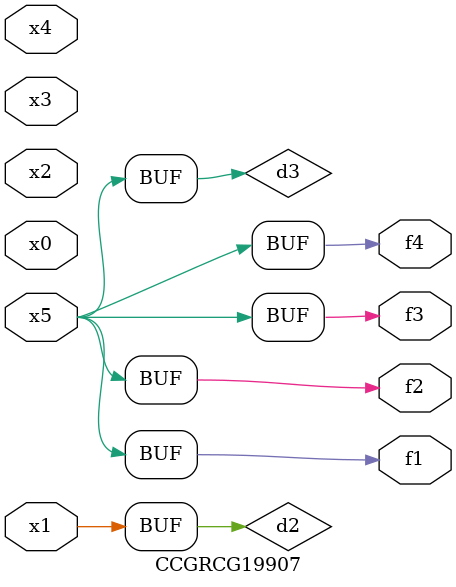
<source format=v>
module CCGRCG19907(
	input x0, x1, x2, x3, x4, x5,
	output f1, f2, f3, f4
);

	wire d1, d2, d3;

	not (d1, x5);
	or (d2, x1);
	xnor (d3, d1);
	assign f1 = d3;
	assign f2 = d3;
	assign f3 = d3;
	assign f4 = d3;
endmodule

</source>
